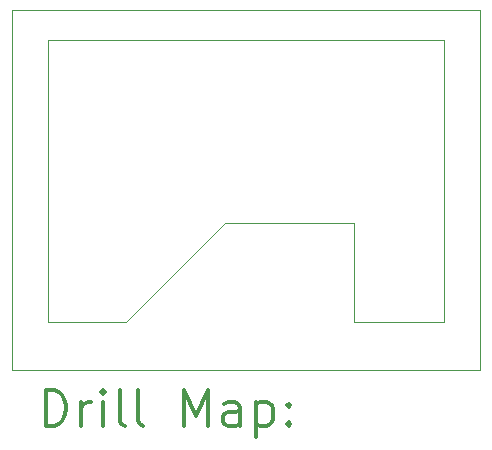
<source format=gbr>
%FSLAX45Y45*%
G04 Gerber Fmt 4.5, Leading zero omitted, Abs format (unit mm)*
G04 Created by KiCad (PCBNEW 6.0.0-rc1-unknown-r13375-f0c57176) date Thu Aug  9 00:23:13 2018*
%MOMM*%
%LPD*%
G01*
G04 APERTURE LIST*
%ADD10C,0.120000*%
%ADD11C,0.050000*%
%ADD12C,0.200000*%
%ADD13C,0.300000*%
G04 APERTURE END LIST*
D10*
X2895600Y406400D02*
X2997200Y406400D01*
X2895600Y1244600D02*
X2895600Y406400D01*
X1803400Y1244600D02*
X2895600Y1244600D01*
X965200Y406400D02*
X1803400Y1244600D01*
X304800Y406400D02*
X965200Y406400D01*
X304800Y2794000D02*
X3657600Y2794000D01*
X304800Y406400D02*
X304800Y2794000D01*
X3657600Y2794000D02*
X3657600Y406400D01*
X3657600Y406400D02*
X2997200Y406400D01*
D11*
X3962400Y3048000D02*
X0Y3048000D01*
X3962400Y0D02*
X3962400Y3048000D01*
X0Y0D02*
X3962400Y0D01*
X0Y3048000D02*
X0Y0D01*
D12*
D13*
X283928Y-468214D02*
X283928Y-168214D01*
X355357Y-168214D01*
X398214Y-182500D01*
X426786Y-211071D01*
X441071Y-239643D01*
X455357Y-296786D01*
X455357Y-339643D01*
X441071Y-396786D01*
X426786Y-425357D01*
X398214Y-453929D01*
X355357Y-468214D01*
X283928Y-468214D01*
X583928Y-468214D02*
X583928Y-268214D01*
X583928Y-325357D02*
X598214Y-296786D01*
X612500Y-282500D01*
X641071Y-268214D01*
X669643Y-268214D01*
X769643Y-468214D02*
X769643Y-268214D01*
X769643Y-168214D02*
X755357Y-182500D01*
X769643Y-196786D01*
X783928Y-182500D01*
X769643Y-168214D01*
X769643Y-196786D01*
X955357Y-468214D02*
X926786Y-453929D01*
X912500Y-425357D01*
X912500Y-168214D01*
X1112500Y-468214D02*
X1083928Y-453929D01*
X1069643Y-425357D01*
X1069643Y-168214D01*
X1455357Y-468214D02*
X1455357Y-168214D01*
X1555357Y-382500D01*
X1655357Y-168214D01*
X1655357Y-468214D01*
X1926786Y-468214D02*
X1926786Y-311072D01*
X1912500Y-282500D01*
X1883928Y-268214D01*
X1826786Y-268214D01*
X1798214Y-282500D01*
X1926786Y-453929D02*
X1898214Y-468214D01*
X1826786Y-468214D01*
X1798214Y-453929D01*
X1783928Y-425357D01*
X1783928Y-396786D01*
X1798214Y-368214D01*
X1826786Y-353929D01*
X1898214Y-353929D01*
X1926786Y-339643D01*
X2069643Y-268214D02*
X2069643Y-568214D01*
X2069643Y-282500D02*
X2098214Y-268214D01*
X2155357Y-268214D01*
X2183928Y-282500D01*
X2198214Y-296786D01*
X2212500Y-325357D01*
X2212500Y-411071D01*
X2198214Y-439643D01*
X2183928Y-453929D01*
X2155357Y-468214D01*
X2098214Y-468214D01*
X2069643Y-453929D01*
X2341071Y-439643D02*
X2355357Y-453929D01*
X2341071Y-468214D01*
X2326786Y-453929D01*
X2341071Y-439643D01*
X2341071Y-468214D01*
X2341071Y-282500D02*
X2355357Y-296786D01*
X2341071Y-311072D01*
X2326786Y-296786D01*
X2341071Y-282500D01*
X2341071Y-311072D01*
M02*

</source>
